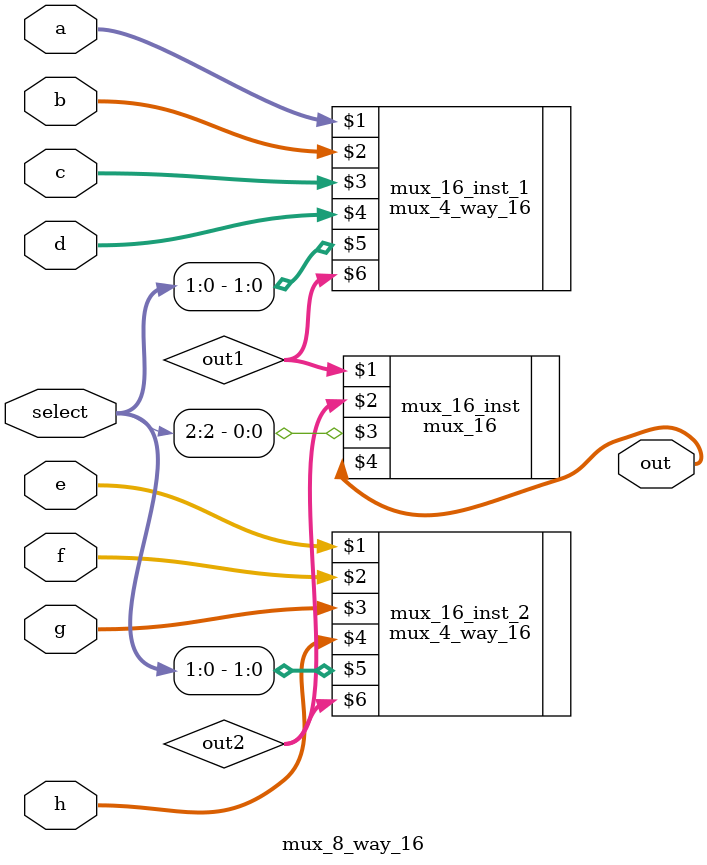
<source format=sv>
`ifndef mux_4_way_16
  `include "mux_4_way_16.sv"
`endif
`define mux_8_way_16 1

module mux_8_way_16(
  input  [15:0] a,
  input  [15:0] b,
  input  [15:0] c,
  input  [15:0] d,
  input  [15:0] e,
  input  [15:0] f,
  input  [15:0] g,
  input  [15:0] h,
  input  [2:0]  select,
  output [15:0] out
);

  wire [15:0] out1;
  wire [15:0] out2;
  mux_4_way_16 #(1) mux_16_inst_1(a, b, c, d, select[1:0], out1);
  mux_4_way_16 #(2) mux_16_inst_2(e, f, g, h, select[1:0], out2);
  mux_16 #(3) mux_16_inst(out1, out2, select[2], out);

endmodule

</source>
